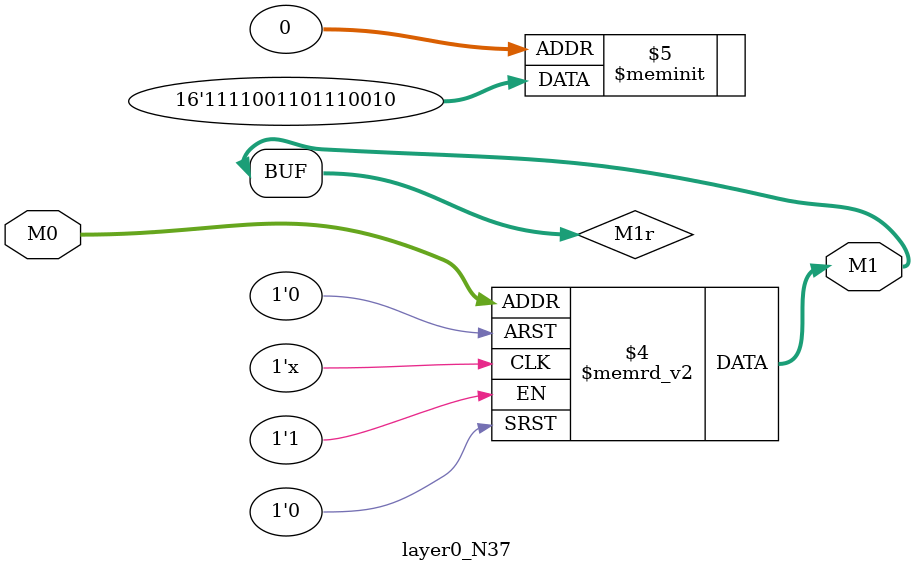
<source format=v>
module layer0_N37 ( input [2:0] M0, output [1:0] M1 );

	(*rom_style = "distributed" *) reg [1:0] M1r;
	assign M1 = M1r;
	always @ (M0) begin
		case (M0)
			3'b000: M1r = 2'b10;
			3'b100: M1r = 2'b11;
			3'b010: M1r = 2'b11;
			3'b110: M1r = 2'b11;
			3'b001: M1r = 2'b00;
			3'b101: M1r = 2'b00;
			3'b011: M1r = 2'b01;
			3'b111: M1r = 2'b11;

		endcase
	end
endmodule

</source>
